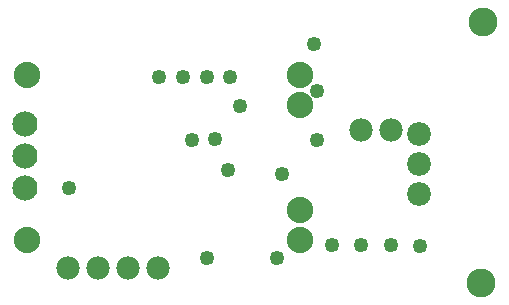
<source format=gbs>
G04 MADE WITH FRITZING*
G04 WWW.FRITZING.ORG*
G04 DOUBLE SIDED*
G04 HOLES PLATED*
G04 CONTOUR ON CENTER OF CONTOUR VECTOR*
%ASAXBY*%
%FSLAX23Y23*%
%MOIN*%
%OFA0B0*%
%SFA1.0B1.0*%
%ADD10C,0.049370*%
%ADD11C,0.096614*%
%ADD12C,0.088000*%
%ADD13C,0.077559*%
%ADD14C,0.079444*%
%ADD15C,0.084000*%
%LNMASK0*%
G90*
G70*
G54D10*
X199Y391D03*
X1026Y715D03*
X1026Y553D03*
G54D11*
X1577Y946D03*
X1572Y75D03*
G54D12*
X58Y218D03*
X58Y770D03*
X967Y218D03*
X967Y318D03*
X967Y670D03*
X967Y770D03*
X58Y218D03*
X58Y770D03*
X967Y218D03*
X967Y318D03*
X967Y670D03*
X967Y770D03*
G54D13*
X1273Y587D03*
X1173Y587D03*
G54D14*
X1365Y374D03*
X1365Y474D03*
X1365Y574D03*
X1365Y374D03*
X1365Y474D03*
X1365Y574D03*
G54D10*
X730Y454D03*
X1075Y203D03*
X686Y555D03*
X657Y764D03*
X499Y764D03*
X578Y764D03*
X1370Y198D03*
X893Y159D03*
X607Y553D03*
X735Y764D03*
X657Y159D03*
X1016Y873D03*
X908Y440D03*
X1173Y203D03*
X1272Y203D03*
G54D13*
X196Y125D03*
X296Y125D03*
X396Y125D03*
X496Y125D03*
G54D15*
X51Y606D03*
X51Y499D03*
X51Y392D03*
G54D10*
X770Y666D03*
G04 End of Mask0*
M02*
</source>
